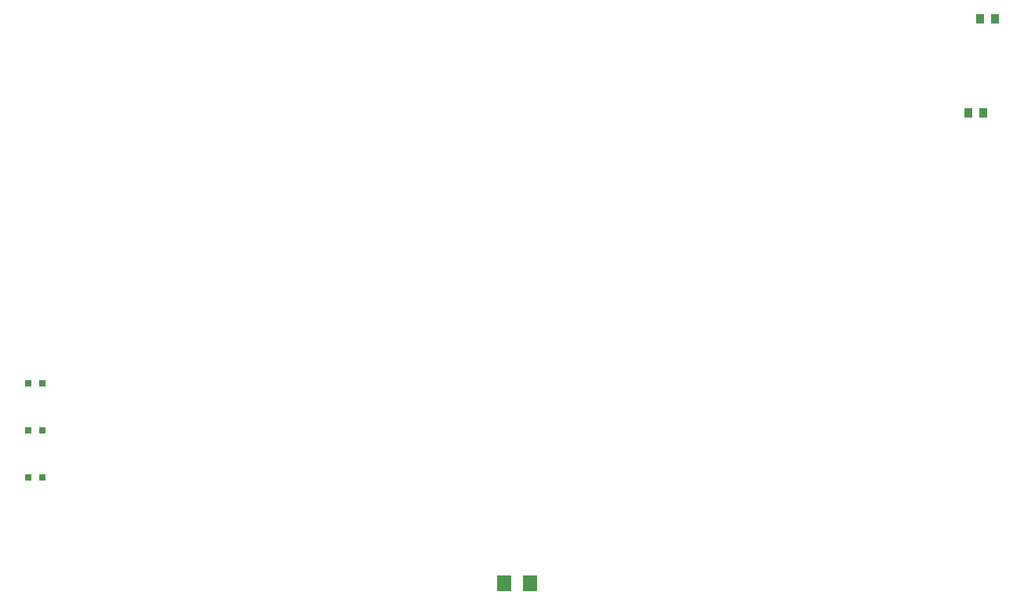
<source format=gbr>
G04 EAGLE Gerber RS-274X export*
G75*
%MOMM*%
%FSLAX34Y34*%
%LPD*%
%INSolderpaste Top*%
%IPPOS*%
%AMOC8*
5,1,8,0,0,1.08239X$1,22.5*%
G01*
%ADD10R,0.949959X1.031241*%
%ADD11R,1.600000X1.803000*%
%ADD12R,0.800000X0.800000*%


D10*
X1173099Y698500D03*
X1189101Y698500D03*
X1160399Y596900D03*
X1176401Y596900D03*
D11*
X658880Y88900D03*
X687320Y88900D03*
D12*
X144900Y304800D03*
X159900Y304800D03*
X144900Y254000D03*
X159900Y254000D03*
X144900Y203200D03*
X159900Y203200D03*
M02*

</source>
